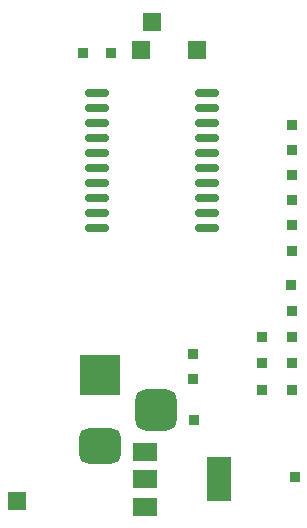
<source format=gbr>
G04 #@! TF.GenerationSoftware,KiCad,Pcbnew,7.0.1-0*
G04 #@! TF.CreationDate,2025-03-17T17:28:38+01:00*
G04 #@! TF.ProjectId,LED-Controller,4c45442d-436f-46e7-9472-6f6c6c65722e,rev?*
G04 #@! TF.SameCoordinates,Original*
G04 #@! TF.FileFunction,Soldermask,Bot*
G04 #@! TF.FilePolarity,Negative*
%FSLAX46Y46*%
G04 Gerber Fmt 4.6, Leading zero omitted, Abs format (unit mm)*
G04 Created by KiCad (PCBNEW 7.0.1-0) date 2025-03-17 17:28:38*
%MOMM*%
%LPD*%
G01*
G04 APERTURE LIST*
G04 Aperture macros list*
%AMRoundRect*
0 Rectangle with rounded corners*
0 $1 Rounding radius*
0 $2 $3 $4 $5 $6 $7 $8 $9 X,Y pos of 4 corners*
0 Add a 4 corners polygon primitive as box body*
4,1,4,$2,$3,$4,$5,$6,$7,$8,$9,$2,$3,0*
0 Add four circle primitives for the rounded corners*
1,1,$1+$1,$2,$3*
1,1,$1+$1,$4,$5*
1,1,$1+$1,$6,$7*
1,1,$1+$1,$8,$9*
0 Add four rect primitives between the rounded corners*
20,1,$1+$1,$2,$3,$4,$5,0*
20,1,$1+$1,$4,$5,$6,$7,0*
20,1,$1+$1,$6,$7,$8,$9,0*
20,1,$1+$1,$8,$9,$2,$3,0*%
G04 Aperture macros list end*
%ADD10R,2.000000X1.500000*%
%ADD11R,2.000000X3.800000*%
%ADD12R,0.850000X0.850000*%
%ADD13RoundRect,0.150000X0.875000X0.150000X-0.875000X0.150000X-0.875000X-0.150000X0.875000X-0.150000X0*%
%ADD14RoundRect,0.250000X0.550000X0.550000X-0.550000X0.550000X-0.550000X-0.550000X0.550000X-0.550000X0*%
%ADD15RoundRect,0.250000X-0.550000X-0.550000X0.550000X-0.550000X0.550000X0.550000X-0.550000X0.550000X0*%
%ADD16RoundRect,0.875000X0.875000X-0.875000X0.875000X0.875000X-0.875000X0.875000X-0.875000X-0.875000X0*%
%ADD17RoundRect,0.750000X1.000000X-0.750000X1.000000X0.750000X-1.000000X0.750000X-1.000000X-0.750000X0*%
%ADD18R,3.500000X3.500000*%
G04 APERTURE END LIST*
D10*
G04 #@! TO.C,U4*
X154635200Y-128044000D03*
D11*
X160935200Y-125744000D03*
D10*
X154635200Y-125744000D03*
X154635200Y-123444000D03*
G04 #@! TD*
D12*
G04 #@! TO.C,J22*
X167081200Y-95758000D03*
G04 #@! TD*
G04 #@! TO.C,J11*
X167132000Y-118211600D03*
G04 #@! TD*
G04 #@! TO.C,J19*
X167081200Y-99974400D03*
G04 #@! TD*
G04 #@! TO.C,J25*
X158699200Y-117246400D03*
G04 #@! TD*
G04 #@! TO.C,J24*
X158699200Y-115112800D03*
G04 #@! TD*
G04 #@! TO.C,J23*
X167081200Y-97840800D03*
G04 #@! TD*
G04 #@! TO.C,J21*
X167081200Y-106375200D03*
G04 #@! TD*
G04 #@! TO.C,J20*
X167081200Y-104241600D03*
G04 #@! TD*
G04 #@! TO.C,J18*
X167081200Y-102108000D03*
G04 #@! TD*
G04 #@! TO.C,J17*
X167030400Y-109321600D03*
G04 #@! TD*
G04 #@! TO.C,J16*
X167081200Y-111506000D03*
G04 #@! TD*
G04 #@! TO.C,J15*
X167081200Y-113690400D03*
G04 #@! TD*
G04 #@! TO.C,J14*
X164592000Y-113690400D03*
G04 #@! TD*
G04 #@! TO.C,J13*
X167132000Y-115925600D03*
G04 #@! TD*
G04 #@! TO.C,J12*
X164592000Y-115925600D03*
G04 #@! TD*
G04 #@! TO.C,J5*
X164592000Y-118211600D03*
G04 #@! TD*
D13*
G04 #@! TO.C,U3*
X150594800Y-92989400D03*
X150594800Y-94259400D03*
X150594800Y-95529400D03*
X150594800Y-96799400D03*
X150594800Y-98069400D03*
X150594800Y-99339400D03*
X150594800Y-100609400D03*
X150594800Y-101879400D03*
X150594800Y-103149400D03*
X150594800Y-104419400D03*
X159894800Y-104419400D03*
X159894800Y-103149400D03*
X159894800Y-101879400D03*
X159894800Y-100609400D03*
X159894800Y-99339400D03*
X159894800Y-98069400D03*
X159894800Y-96799400D03*
X159894800Y-95529400D03*
X159894800Y-94259400D03*
X159894800Y-92989400D03*
G04 #@! TD*
D12*
G04 #@! TO.C,J8*
X151790400Y-89662000D03*
G04 #@! TD*
D14*
G04 #@! TO.C,J6*
X154330400Y-89408000D03*
G04 #@! TD*
D12*
G04 #@! TO.C,J7*
X149402800Y-89662000D03*
G04 #@! TD*
D15*
G04 #@! TO.C,J3*
X159105600Y-89408000D03*
G04 #@! TD*
D16*
G04 #@! TO.C,J1*
X155576000Y-119890800D03*
D17*
X150876000Y-122890800D03*
D18*
X150876000Y-116890800D03*
G04 #@! TD*
D12*
G04 #@! TO.C,J9*
X158851600Y-120700800D03*
G04 #@! TD*
D14*
G04 #@! TO.C,J4*
X155295600Y-87020400D03*
G04 #@! TD*
D12*
G04 #@! TO.C,J10*
X167335200Y-125526800D03*
G04 #@! TD*
D15*
G04 #@! TO.C,J2*
X143814800Y-127558800D03*
G04 #@! TD*
M02*

</source>
